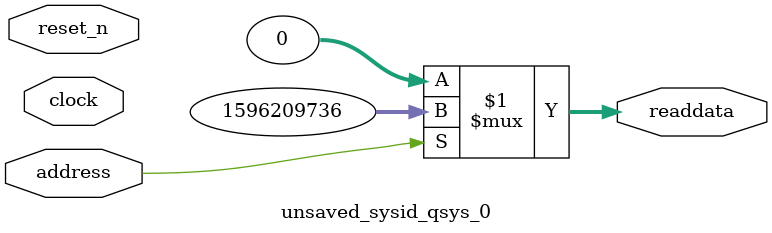
<source format=v>



// synthesis translate_off
`timescale 1ns / 1ps
// synthesis translate_on

// turn off superfluous verilog processor warnings 
// altera message_level Level1 
// altera message_off 10034 10035 10036 10037 10230 10240 10030 

module unsaved_sysid_qsys_0 (
               // inputs:
                address,
                clock,
                reset_n,

               // outputs:
                readdata
             )
;

  output  [ 31: 0] readdata;
  input            address;
  input            clock;
  input            reset_n;

  wire    [ 31: 0] readdata;
  //control_slave, which is an e_avalon_slave
  assign readdata = address ? 1596209736 : 0;

endmodule



</source>
